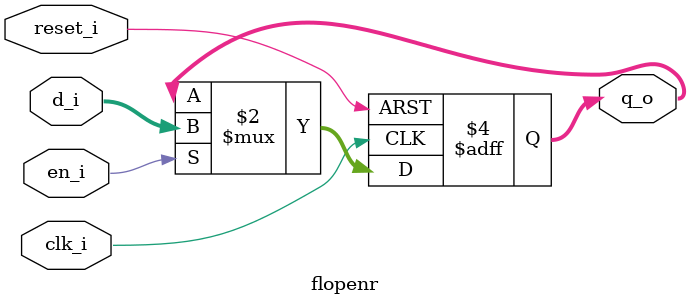
<source format=sv>
`timescale 1ns / 1ps

module flopenr #(parameter WIDTH = 8)(
    input  logic             clk_i, reset_i, en_i,
    input  logic [WIDTH-1:0] d_i,
    output logic [WIDTH-1:0] q_o
    );
    
    always_ff @(posedge clk_i, posedge reset_i)
        if (reset_i) q_o <= 0;
        else if (en_i) q_o <= d_i;
endmodule
</source>
